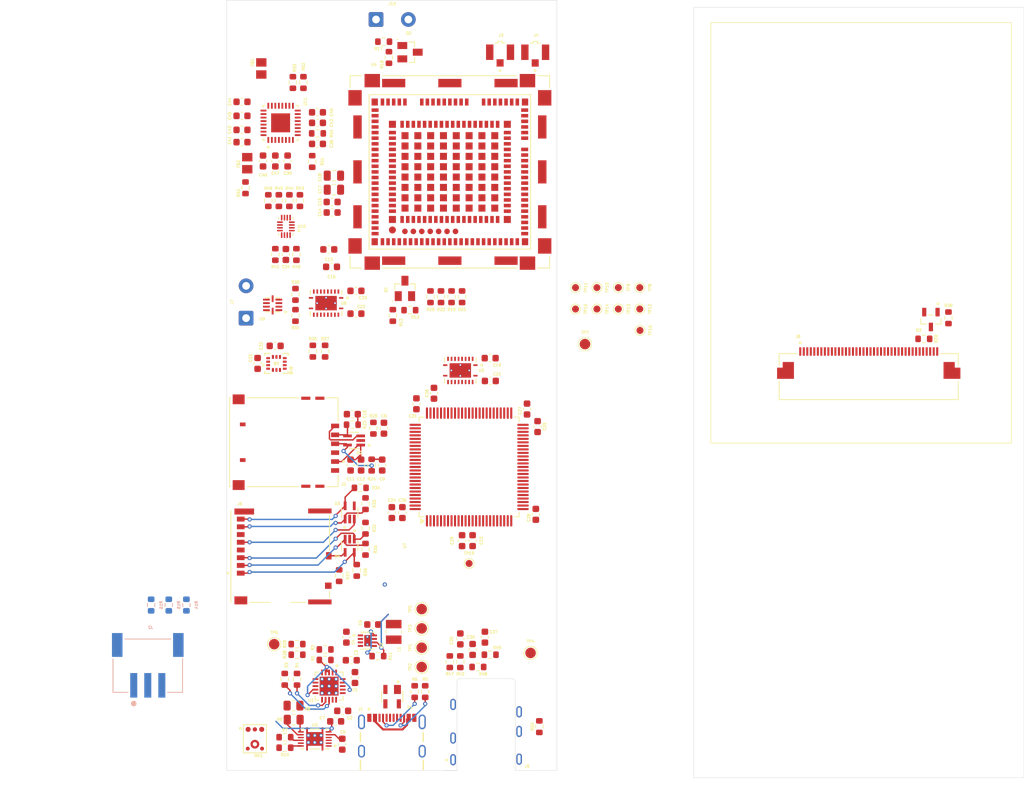
<source format=kicad_pcb>
(kicad_pcb (version 20240108) (generator "pcbnew") (generator_version "8.0")
  (layers (0 "F.Cu" signal) (31 "B.Cu" signal) (34 "B.Paste" user) (35 "F.Paste" user) (36 "B.SilkS" user "B.Silkscreen") (37 "F.SilkS" user "F.Silkscreen") (38 "B.Mask" user) (39 "F.Mask" user) (44 "Edge.Cuts" user))
  (net 0 "")
  (net 1 "SIM_CLK")
  (net 2 "GND")
  (net 3 "SIM_RST")
  (net 4 "SIM_DATA")
  (net 5 "SIM_VDD")
  (net 6 "MCP_OUT")
  (net 7 "VBAT")
  (net 8 "VUSB")
  (net 9 "HP_LEFT")
  (net 10 "HP_RIGHT")
  (net 11 "AGND")
  (net 12 "MIC_BIAS")
  (net 13 "+1.8V")
  (net 14 "+3.3V")
  (net 15 "MIC_GND")
  (net 16 "Net-(MK1-OUTPUT)")
  (net 17 "MIC_OUT")
  (net 18 "+VMOB")
  (net 19 "RST")
  (net 20 "Net-(C36-Pad2)")
  (net 21 "HP_MIC")
  (net 22 "USB_N")
  (net 23 "USB_P")
  (net 26 "Net-(J1-CC2)")
  (net 27 "Net-(J1-CC1)")
  (net 28 "BAT_THERM")
  (net 29 "MOB_MAIN_ANT")
  (net 30 "MOB_AUX_ANT")
  (net 31 "HP_DET")
  (net 32 "DISP_RES")
  (net 33 "DISP_DB9")
  (net 34 "DISP_DB7")
  (net 35 "DISP_DB11")
  (net 36 "DISP_DB4")
  (net 37 "DISP_DC")
  (net 38 "DISP_DB10")
  (net 39 "DISP_WR")
  (net 40 "DISP_DB13")
  (net 41 "DISP_DB0")
  (net 42 "DISP_DB2")
  (net 43 "DISP_RD")
  (net 44 "DISP_DB8")
  (net 45 "DISP_DB12")
  (net 46 "DISP_DB14")
  (net 47 "DISP_DB1")
  (net 48 "DISP_DB6")
  (net 49 "DISP_DB5")
  (net 50 "DISP_CS")
  (net 51 "DISP_DB3")
  (net 52 "DISP_DB15")
  (net 53 "SPEAKER_P")
  (net 54 "SPEAKER_N")
  (net 55 "Net-(Q1-B)")
  (net 56 "MOB_PWR")
  (net 57 "Net-(Q2-B)")
  (net 58 "MOB_RST")
  (net 59 "Net-(Q3-Pad1)")
  (net 60 "Net-(U1-PROG1)")
  (net 61 "Net-(U1-VPCC)")
  (net 62 "Net-(U1-PROG3)")
  (net 63 "SCL")
  (net 64 "SDA")
  (net 65 "FUEL_GPO")
  (net 66 "AUD_SW")
  (net 67 "MOB_PWR_CTL")
  (net 68 "MOB_RST_CTL")
  (net 69 "AUD_IN")
  (net 70 "MOB_AUD_IN")
  (net 71 "AUD_BCLK")
  (net 72 "MOB_AUD_BCLK")
  (net 73 "MOB_SYS_CLK")
  (net 74 "AUD_SYNC")
  (net 75 "MOB_AUD_SYNC")
  (net 76 "AUD_OUT")
  (net 77 "MOB_AUD_OUT")
  (net 78 "AUD_SCL")
  (net 79 "AUD_SDA")
  (net 80 "DISP_BL")
  (net 81 "MOB_RXD")
  (net 82 "MOB_TXD")
  (net 83 "MOB_CTS")
  (net 84 "MOB_RTS")
  (net 85 "MCP_STAT2")
  (net 86 "MCP_STAT1")
  (net 87 "MCP_PG")
  (net 88 "VIB_EN")
  (net 89 "VIB_PWM")
  (net 90 "MCU_RXD")
  (net 91 "MCU_TXD")
  (net 92 "MOB_DSR")
  (net 93 "MCU_RTS")
  (net 94 "MCU_CTS")
  (net 95 "MCU_DTR")
  (net 96 "MCU_RI")
  (net 97 "MCU_DCD")
  (net 98 "MOB_RI")
  (net 99 "MOB_DCD")
  (net 100 "MOB_DTR")
  (net 101 "MCU_DSR")
  (net 102 "uSD_CLK")
  (net 103 "SWDIO")
  (net 104 "uSD_DET")
  (net 105 "uSD_DAT1")
  (net 106 "MCU_AUD_BCLK_H")
  (net 107 "MCU_AUD_OUT_L_H")
  (net 108 "uSD_CMD")
  (net 109 "HP_DET_MCU")
  (net 110 "uSD_DAT0")
  (net 111 "uSD_DAT3")
  (net 112 "SWCLK")
  (net 113 "uSD_DAT2")
  (net 114 "MOB_WAKE_H")
  (net 115 "MCU_AUD_SYNC_H")
  (net 116 "AUD_SW_H")
  (net 117 "MCU_AUD_SYNC_L")
  (net 118 "MCU_AUD_OUT_L")
  (net 119 "MCU_AUD_BCLK_L")
  (net 120 "MCU_AUD_IN")
  (net 121 "MOB_WAKE_L")
  (net 122 "MOB_GNSS_ANT")
  (net 123 "AUD_SW_L")
  (net 124 "IMU_INT1")
  (net 125 "Net-(U3-VDD)")
  (net 126 "Net-(J2-VBatt)")
  (net 127 "Net-(C25-Pad1)")
  (net 128 "Net-(C26-Pad1)")
  (net 129 "Net-(C35-Pad2)")
  (net 130 "Net-(C37-Pad2)")
  (net 131 "Net-(U11-MCLK)")
  (net 132 "Net-(U11-RMICN)")
  (net 133 "Net-(U11-VDDB)")
  (net 134 "Net-(U11-VDDA)")
  (net 135 "Net-(U11-VREF)")
  (net 136 "Net-(J5-CLK)")
  (net 137 "Net-(J5-RST)")
  (net 138 "Net-(J5-I{slash}O)")
  (net 139 "Net-(FB2-Pad2)")
  (net 141 "Net-(J7-Pin_2)")
  (net 142 "Net-(J7-Pin_1)")
  (net 144 "Net-(J8-LED-A)")
  (net 154 "Net-(J9-Pad1)")
  (net 155 "Net-(U2-SW)")
  (net 156 "Net-(U3-BIN)")
  (net 157 "Net-(U2-PG)")
  (net 158 "Net-(U4A-USB_D-)")
  (net 159 "Net-(U4A-USB_D+)")
  (net 160 "Net-(U4A-USB_VBUS)")
  (net 161 "Net-(U4A-UART1_TX)")
  (net 162 "Net-(U4A-UART1_RTS)")
  (net 163 "Net-(U4A-UART1_RX)")
  (net 164 "Net-(U4A-UART1_CTS)")
  (net 165 "Net-(U9-LRA{slash}~{ERM})")
  (net 166 "Net-(U10-~{EN})")
  (net 167 "Net-(U11-SCLK)")
  (net 168 "Net-(U11-SDIO)")
  (net 169 "Net-(U4A-TP1_BOOTPIN)")
  (net 170 "Net-(U4A-TX_ON)")
  (net 171 "Net-(U4A-J1)")
  (net 172 "Net-(U4A-J2)")
  (net 173 "Net-(U4A-J3)")
  (net 174 "Net-(U4A-J4)")
  (net 175 "Net-(U4A-J5)")
  (net 176 "Net-(U4A-J6)")
  (net 177 "Net-(U4A-J7)")
  (footprint "Capacitor_SMD:C_0603_1608Metric" (layer "F.Cu") (at 43.125 121.23 180)
    (property "Reference" "C10")
    (property "Value" "22pF")
  )
  (footprint "Connector_Wire:SolderWire-0.5sqmm_1x02_P4.6mm_D0.9mm_OD2.1mm" (layer "F.Cu") (at 46.5 65)
    (property "Reference" "J10")
    (property "Value" "Conn_01x02")
  )
  (footprint "Resistor_SMD:R_0603_1608Metric" (layer "F.Cu") (at 27.9125 88.9775 90)
    (property "Reference" "R55")
    (property "Value" "0R")
  )
  (footprint "Capacitor_SMD:C_0603_1608Metric" (layer "F.Cu") (at 30.4125 85.1625 90)
    (property "Reference" "C46")
    (property "Value" "4.7uF")
  )
  (footprint "TestPoint:TestPoint_Pad_D1.0mm" (layer "F.Cu") (at 74.9 106.25 -90)
    (property "Reference" "TP15")
    (property "Value" "TestPoint")
  )
  (footprint "MPZ2012S221AT000:BEADC2012X105N" (layer "F.Cu") (at 30.1625 71.9775 -90)
    (property "Reference" "FB1")
    (property "Value" "MPZ2012S221AT000")
  )
  (footprint "Capacitor_SMD:C_0603_1608Metric" (layer "F.Cu") (at 41.75 163.5)
    (property "Reference" "C2")
    (property "Value" "4.7uF")
  )
  (footprint "Resistor_SMD:R_0603_1608Metric" (layer "F.Cu") (at 43.125 122.73)
    (property "Reference" "R23")
    (property "Value" "22R")
  )
  (footprint "Resistor_SMD:R_0603_1608Metric" (layer "F.Cu") (at 48.8875 107.1625 -90)
    (property "Reference" "R12")
    (property "Value" "4k7")
  )
  (footprint "Capacitor_SMD:C_0603_1608Metric" (layer "F.Cu") (at 38.1625 78.2275)
    (property "Reference" "C40")
    (property "Value" "4.7uF")
  )
  (footprint "Resistor_SMD:R_0603_1608Metric" (layer "F.Cu") (at 35.25 153.99 180)
    (property "Reference" "R29")
    (property "Value" "10k")
  )
  (footprint "Resistor_SMD:R_0603_1608Metric" (layer "F.Cu") (at 58.5 156.5 -90)
    (property "Reference" "R42")
    (property "Value" "0R")
  )
  (footprint "Resistor_SMD:R_0603_1608Metric" (layer "F.Cu") (at 35.0275 104.1625 90)
    (property "Reference" "R30")
    (property "Value" "0R")
  )
  (footprint "Resistor_SMD:R_0603_1608Metric" (layer "F.Cu") (at 33.525 168.75 180)
    (property "Reference" "R10")
    (property "Value" "5.1k")
  )
  (footprint "Resistor_SMD:R_0603_1608Metric" (layer "F.Cu") (at 32.6625 90.8025 90)
    (property "Reference" "R45")
    (property "Value" "0R")
  )
  (footprint "Capacitor_SMD:C_0603_1608Metric" (layer "F.Cu") (at 40.165 100.24 180)
    (property "Reference" "C16")
    (property "Value" "1uF")
  )
  (footprint "TestPoint:TestPoint_Pad_D1.5mm" (layer "F.Cu") (at 53 149 90)
    (property "Reference" "TP5")
    (property "Value" "TestPoint")
  )
  (footprint "Capacitor_SMD:C_0603_1608Metric" (layer "F.Cu") (at 60.25 139.25 90)
    (property "Reference" "C23")
    (property "Value" "100nF")
  )
  (footprint "Resistor_SMD:R_0603_1608Metric" (layer "F.Cu") (at 48.3375 70.4125 90)
    (property "Reference" "R18")
    (property "Value" "47k")
  )
  (footprint "TestPoint:TestPoint_Pad_D1.0mm" (layer "F.Cu") (at 84.0834 109.3 -90)
    (property "Reference" "TP16")
    (property "Value" "TestPoint")
  )
  (footprint "Capacitor_SMD:C_0603_1608Metric" (layer "F.Cu") (at 50.25 135.25 -90)
    (property "Reference" "C30")
    (property "Value" "100nF")
  )
  (footprint "Resistor_SMD:R_0603_1608Metric" (layer "F.Cu") (at 33.525 167.25)
    (property "Reference" "R7")
    (property "Value" "10k")
  )
  (footprint "TestPoint:TestPoint_Pad_D1.5mm" (layer "F.Cu") (at 32 154)
    (property "Reference" "TP6")
    (property "Value" "TestPoint")
  )
  (footprint "20279-001E-03:IPEX_20279-001E-03" (layer "F.Cu") (at 64.1625 69.6625)
    (property "Reference" "J3")
    (property "Value" "20279-001E-03")
  )
  (footprint "Capacitor_SMD:C_0603_1608Metric" (layer "F.Cu") (at 40.25 91 180)
    (property "Reference" "C15")
    (property "Value" "100nF")
  )
  (footprint "Resistor_SMD:R_0603_1608Metric" (layer "F.Cu") (at 69.75 165.75 90)
    (property "Reference" "R50")
    (property "Value" "47k")
  )
  (footprint "Resistor_SMD:R_0603_1608Metric" (layer "F.Cu") (at 35.25 159 -90)
    (property "Reference" "R4")
    (property "Value" "100k")
  )
  (footprint "Capacitor_SMD:C_0603_1608Metric" (layer "F.Cu") (at 58.75 139.25 90)
    (property "Reference" "C29")
    (property "Value" "100nF")
  )
  (footprint "Resistor_SMD:R_0603_1608Metric" (layer "F.Cu") (at 52 160.75 -90)
    (property "Reference" "R6")
    (property "Value" "5.1k")
  )
  (footprint "TestPoint:TestPoint_Pad_D1.0mm" (layer "F.Cu") (at 77.95 103.2 -90)
    (property "Reference" "TP10")
    (property "Value" "TestPoint")
  )
  (footprint "Capacitor_SMD:C_0805_2012Metric" (layer "F.Cu") (at 40.5 89.25 180)
    (property "Reference" "C17")
    (property "Value" "47uF")
  )
  (footprint "TestPoint:TestPoint_Pad_D1.0mm" (layer "F.Cu") (at 59.75 142.5)
    (property "Reference" "TP19")
    (property "Value" "TestPoint")
  )
  (footprint "Capacitor_SMD:C_0603_1608Metric" (layer "F.Cu") (at 43.6375 103.6625)
    (property "Reference" "C20")
    (property "Value" "100nF")
  )
  (footprint "Capacitor_SMD:C_0603_1608Metric" (layer "F.Cu") (at 27.4125 76.7275 180)
    (property "Reference" "C44")
    (property "Value" "4.7uF")
  )
  (footprint "Resistor_SMD:R_0603_1608Metric" (layer "F.Cu") (at 38.1625 81.2275 180)
    (property "Reference" "R54")
    (property "Value" "0R")
  )
  (footprint "Resistor_SMD:R_0603_1608Metric" (layer "F.Cu") (at 33.5 159 90)
    (property "Reference" "R3")
    (property "Value" "1k")
  )
  (footprint "Resistor_SMD:R_0603_1608Metric" (layer "F.Cu") (at 43.75 143.48 -90)
    (property "Reference" "R35")
    (property "Value" "47k")
  )
  (footprint "Resistor_SMD:R_0603_1608Metric" (layer "F.Cu") (at 35.0275 107.1625 90)
    (property "Reference" "R31")
    (property "Value" "0R")
  )
  (footprint "Resistor_SMD:R_0805_2012Metric" (layer "F.Cu") (at 34.775 164.75)
    (property "Reference" "R9")
    (property "Value" "10m")
  )
  (footprint "Capacitor_SMD:C_0603_1608Metric" (layer "F.Cu") (at 60.25 154.75 -90)
    (property "Reference" "C36")
    (property "Value" "1uF")
  )
  (footprint "TS3A5018RSVR:QFN40P260X180X55-16N" (layer "F.Cu") (at 33.6625 94.4775 180)
    (property "Reference" "U10")
    (property "Value" "TS3A5018RSVR")
  )
  (footprint "Capacitor_SMD:C_0603_1608Metric" (layer "F.Cu") (at 43.5 158.75 90)
    (property "Reference" "C1")
    (property "Value" "10uF")
  )
  (footprint "Capacitor_SMD:C_0603_1608Metric" (layer "F.Cu") (at 43.6375 106.9125)
    (property "Reference" "C22")
    (property "Value" "100nF")
  )
  (footprint "Capacitor_SMD:C_0603_1608Metric" (layer "F.Cu") (at 29.6378 114.000001 -90)
    (property "Reference" "C33")
    (property "Value" "100nF")
  )
  (footprint "Resistor_SMD:R_0603_1608Metric" (layer "F.Cu") (at 34.6625 73.9775 90)
    (property "Reference" "R53")
    (property "Value" "0R")
  )
  (footprint "Capacitor_SMD:C_0603_1608Metric" (layer "F.Cu") (at 27.4125 80.7275 180)
    (property "Reference" "C43")
    (property "Value" "4.7uF")
  )
  (footprint "Capacitor_SMD:C_0603_1608Metric" (layer "F.Cu") (at 54.75 118.25 90)
    (property "Reference" "C26")
    (property "Value" "2.2uF")
  )
  (footprint "TPS62162DSGR:SON50P200X200X80-9N" (layer "F.Cu") (at 45.265 153.5)
    (property "Reference" "U2")
    (property "Value" "TPS62162DSGR")
  )
  (footprint "TestPoint:TestPoint_Pad_D1.5mm" (layer "F.Cu") (at 53 157.25 90)
    (property "Reference" "TP2")
    (property "Value" "TestPoint")
  )
  (footprint "Resistor_SMD:R_0603_1608Metric" (layer "F.Cu") (at 57.25 104.5 -90)
    (property "Reference" "R19")
    (property "Value" "0R")
  )
  (footprint "Connector_Wire:SolderWire-0.5sqmm_1x02_P4.6mm_D0.9mm_OD2.1mm" (layer "F.Cu") (at 28 107.55 90)
    (property "Reference" "J7")
    (property "Value" "Conn_01x02")
  )
  (footprint "Inductors:INDC2520X120N" (layer "F.Cu") (at 49.015 152.25 90)
    (property "Reference" "L1")
    (property "Value" "3.3uH")
  )
  (footprint "Resistor_SMD:R_0603_1608Metric" (layer "F.Cu") (at 45 137.48 90)
    (property "Reference" "R32")
    (property "Value" "47k")
  )
  (footprint "Capacitor_SMD:C_0603_1608Metric" (layer "F.Cu") (at 62.75 113.25)
    (property "Reference" "C19")
    (property "Value" "100nF")
  )
  (footprint "Resistor_SMD:R_0603_1608Metric" (layer "F.Cu") (at 35.25 155.5 180)
    (property "Reference" "R28")
    (property "Value" "10k")
  )
  (footprint "Capacitor_SMD:C_0603_1608Metric" (layer "F.Cu") (at 41.6875 168.25 -90)
    (property "Reference" "C5")
    (property "Value" "470pF")
  )
  (footprint "Resistor_SMD:R_0603_1608Metric" (layer "F.Cu") (at 45 140.48 -90)
    (property "Reference" "R36")
    (property "Value" "47k")
  )
  (footprint "Resistor_SMD:R_0603_1608Metric" (layer "F.Cu") (at 31.1625 90.8025 90)
    (property "Reference" "R46")
    (property "Value" "0R")
  )
  (footprint "54132-4062:MOLEX_54132-4062" (layer "F.Cu") (at 116.65 112.3)
    (property "Reference" "J8")
    (property "Value" "54132-4062")
  )
  (footprint "TestPoint:TestPoint_Pad_D1.5mm" (layer "F.Cu") (at 53 151.75 90)
    (property "Reference" "TP3")
    (property "Value" "TestPoint")
  )
  (footprint "MMBT2907ALT1G:SOT95P240X111-3N" (layer "F.Cu") (at 125.5 107.75 -90)
    (property "Reference" "Q3")
    (property "Value" "MMBT2907ALT1G")
  )
  (footprint "Resistor_SMD:R_0603_1608Metric" (layer "F.Cu") (at 37.5 112.25 90)
    (property "Reference" "R26")
    (property "Value" "10k")
  )
  (footprint "Capacitor_SMD:C_0603_1608Metric" (layer "F.Cu") (at 42.975 156.29)
    (property "Reference" "C3")
    (property "Value" "4.7uF")
  )
  (footprint "Capacitor_SMD:C_0603_1608Metric" (layer "F.Cu") (at 42.875 128.48 -90)
    (property "Reference" "C11")
    (property "Value" "100nF")
  )
  (footprint "SJ-3551B-MSMT-TR-67:CUI_SJ-3551B-MSMT-TR-67" (layer "F.Cu") (at 62.25 172 180)
    (property "Reference" "J9")
    (property "Value" "SJ-3551B-MSMT-TR-67")
    (fp_line (start 4.225 0) (end 6.075 0) (stroke (width 0.05)) (layer "Edge.Cuts"))
    (fp_line (start 4.225 0) (end 4.225 12.6) (stroke (width 0.05)) (layer "Edge.Cuts"))
    (fp_line (start 3.725 13.1) (end -3.575 13.1) (stroke (width 0.05)) (layer "Edge.Cuts"))
    (fp_line (start -4.075 0) (end -4.075 12.6) (stroke (width 0.05)) (layer "Edge.Cuts"))
    (fp_line (start -6.075 0) (end -4.075 0) (stroke (width 0.05)) (layer "Edge.Cuts"))
    (fp_arc (start 4.225 12.6) (mid 4.078553 12.953553) (end 3.725 13.1) (stroke (width 0.05)) (layer "Edge.Cuts"))
    (fp_arc (start -3.575 13.1) (mid -3.928553 12.953553) (end -4.075 12.6) (stroke (width 0.05)) (layer "Edge.Cuts"))
  )
  (footprint "TestPoint:TestPoint_Pad_D1.5mm" (layer "F.Cu") (at 76.25 111.25)
    (property "Reference" "TP7")
    (property "Value" "TestPoint")
  )
  (footprint "Resistor_SMD:R_0603_1608Metric" (layer "F.Cu") (at 128 107.5 -90)
    (property "Reference" "R38")
    (property "Value" "1k")
  )
  (footprint "Resistor_SMD:R_0603_1608Metric" (layer "F.Cu") (at 45.875 128.48 90)
    (property "Reference" "R24")
    (property "Value" "22R")
  )
  (footprint "SP0503BAHTG:SOT143" (layer "F.Cu") (at 48.79 161.475 180)
    (property "Reference" "D1")
    (property "Value" "SP0503BAHTG")
  )
  (footprint "ESDA6V1W5:SOT65P210X110-5N" (layer "F.Cu") (at 43.375 124.98 180)
    (property "Reference" "D2")
    (property "Value" "ESDA6V1W5")
  )
  (footprint "Resistor_SMD:R_0603_1608Metric" (layer "F.Cu") (at 58.75 104.5 -90)
    (property "Reference" "R21")
    (property "Value" "0R")
  )
  (footprint "Capacitor_SMD:C_0603_1608Metric" (layer "F.Cu") (at 40.25 92.5 180)
    (property "Reference" "C14")
    (property "Value" "10nF")
  )
  (footprint "Resistor_SMD:R_0603_1608Metric" (layer "F.Cu") (at 46.125 123.23 90)
    (property "Reference" "R25")
    (property "Value" "22R")
  )
  (footprint "Resistor_SMD:R_0603_1608Metric" (layer "F.Cu") (at 41.25 144.23 -90)
    (property "Reference" "R37")
    (property "Value" "10k")
  )
  (footprint "Capacitor_SMD:C_0603_1608Metric" (layer "F.Cu") (at 46.03 151.2 180)
    (property "Reference" "C6")
    (property "Value" "1uF")
  )
  (footprint "DRV2603RUNR:QFN50P200X200X80-10N" (layer "F.Cu") (at 31.7775 105.6625 180)
    (property "Reference" "U9")
    (property "Value" "DRV2603RUNR")
  )
  (footprint "Resistor_SMD:R_0603_1608Metric" (layer "F.Cu") (at 35.1625 98.4775 -90)
    (property "Reference" "R40")
    (property "Value" "10k")
  )
  (footprint "Capacitor_SMD:C_0603_1608Metric" (layer "F.Cu") (at 52.25 119.75 -90)
    (property "Reference" "C31")
    (property "Value" "100nF")
  )
  (footprint "TestPoint:TestPoint_Pad_D1.0mm" (layer "F.Cu") (at 81 106.25 -90)
    (property "Reference" "TP13")
    (property "Value" "TestPoint")
  )
  (footprint "Resistor_SMD:R_0603_1608Metric" (layer "F.Cu") (at 46.765 155.7)
    (property "Reference" "R11")
    (property "Value" "100k")
  )
  (footprint "ESDA6V1W5:SOT65P210X110-5N" (layer "F.Cu") (at 42.75 139.98 -90)
    (property "Reference" "D4")
    (property "Value" "ESDA6V1W5")
  )
  (footprint "ESDA6V1W5:SOT65P210X110-5N" (layer "F.Cu") (at 42.75 135.23 90)
    (property "Reference" "D3")
    (property "Value" "ESDA6V1W5")
  )
  (footprint "TestPoint:TestPoint_Pad_D1.5mm" (layer "F.Cu") (at 53 154.5 90)
    (property "Reference" "TP1")
    (property "Value" "TestPoint")
  )
  (footprint "AMM-3738-B-R:MIC_AMM-3738-B-R" (layer "F.Cu") (at 29.25 167.5)
    (property "Reference" "MK1")
    (property "Value" "AMM-3738-B-R")
  )
  (footprint "Capacitor_SMD:C_0603_1608Metric" (layer "F.Cu") (at 27.4125 78.7275 180)
    (property "Reference" "C45")
    (property "Value" "4.7uF")
  )
  (footprint "MCP73871-2CCI_ML:QFN50P400X400X100-21N" (layer "F.Cu") (at 39.815 159.975 -90)
    (property "Reference" "U1")
    (property "Value" "MCP73871-2CCI_ML")
  )
  (footprint "Resistor_SMD:R_0603_1608Metric" (layer "F.Cu") (at 61 157.25)
    (property "Reference" "R48")
    (property "Value" "10k")
  )
  (footprint "Capacitor_SMD:C_0603_1608Metric" (layer "F.Cu") (at 62.775 116.5)
    (property "Reference" "C21")
    (property "Value" "100nF")
  )
  (footprint "Capacitor_SMD:C_0603_1608Metric" (layer "F.Cu") (at 69.25 135.5 90)
    (property "Reference" "C28")
    (property "Value" "100nF")
  )
  (footprint "Capacitor_SMD:C_0603_1608Metric" (layer "F.Cu") (at 68 120.5 -90)
    (property "Reference" "C27")
    (property "Value" "100nF")
  )
  (footprint "Resistor_SMD:R_0603_1608Metric" (layer "F.Cu") (at 39.25 154.75)
    (property "Reference" "R2")
    (property "Value" "100k")
  )
  (footprint "Resistor_SMD:R_0603_1608Metric" (layer "F.Cu") (at 44.25 131.73)
    (property "Reference" "R34")
    (property "Value" "47k")
  )
  (footprint "USB_C_connector:GCT_USB4105-GF-A" (layer "F.Cu") (at 48.75 169.25)
    (property "Reference" "J1")
    (property "Value" "USB4105-GF-A")
  )
  (footprint "Capacitor_SMD:C_0603_1608Metric" (layer "F.Cu") (at 48.75 135.25 90)
    (property "Reference" "C24")
    (property "Value" "4.7uF")
  )
  (footprint "Resistor_SMD:R_0603_1608Metric" (layer "F.Cu") (at 54.25 104.5 -90)
    (property "Reference" "R20")
    (property "Value" "0R")
  )
  (footprint "Capacitor_SMD:C_0603_1608Metric" (layer "F.Cu") (at 38.1625 79.7275)
    (property "Reference" "C42")
    (property "Value" "4.7uF")
  )
  (footprint "Resistor_SMD:R_0805_2012Metric" (layer "F.Cu") (at 34.75 162.75)
    (property "Reference" "R8")
    (property "Value" "0R")
  )
  (footprint "Capacitor_SMD:C_0603_1608Metric" (layer "F.Cu") (at 62 153 -90)
    (property "Reference" "C37")
    (property "Value" "1uF")
  )
  (footprint "Capacitor_SMD:C_0603_1608Metric" (layer "F.Cu") (at 33.9125 85.1625 -90)
    (property "Reference" "C39")
    (property "Value" "1uF")
  )
  (footprint "Capacitor_SMD:C_0603_1608Metric" (layer "F.Cu") (at 40.75 165)
    (property "Reference" "C7")
    (property "Value" "1uF")
  )
  (footprint "Resistor_SMD:R_0603_1608Metric" (layer "F.Cu") (at 39.25 112.25 90)
    (property "Reference" "R27")
    (property "Value" "10k")
  )
  (footprint "Capacitor_SMD:C_0603_1608Metric" (layer "F.Cu") (at 47.625 123.23 -90)
    (property "Reference" "C8")
    (property "Value" "22pF")
  )
  (footprint "TestPoint:TestPoint_Pad_D1.0mm" (layer "F.Cu") (at 81 103.2 -90)
    (property "Reference" "TP9")
    (property "Value" "TestPoint")
  )
  (footprint "TXB0108RGYR:IC_TXB0108RGYR" (layer "F.Cu") (at 58.5 115 -90)
    (property "Reference" "U5")
    (property "Value" "TXB0108RGYR")
  )
  (footprint "TestPoint:TestPoint_Pad_D1.0mm" (layer "F.Cu") (at 84.05 106.25 -90)
    (property "Reference" "TP12")
    (property "Value" "TestPoint")
  )
  (footprint "LSM6DSVTR:LGA14-L_2P59X3P1X0P5_STM" (layer "F.Cu") (at 32.3189 114 180)
    (property "Reference" "U8")
    (property "Value" "LSM6DSVTR")
  )
  (footprint "Capacitor_SMD:C_0603_1608Metric" (layer "F.Cu") (at 27.4125 82.4775 180)
    (property "Reference" "C41")
    (property "Value" "4.7uF")
  )
  (footprint "TestPoint:TestPoint_Pad_D1.5mm" (layer "F.Cu") (at 68.5 155.25)
    (property "Reference" "TP4")
    (property "Value" "TestPoint")
  )
  (footprint "Capacitor_SMD:C_0603_1608Metric" (layer "F.Cu") (at 33.6625 98.4775 -90)
    (property "Reference" "C34")
    (property "Value" "100nF")
  )
  (footprint "Resistor_SMD:R_0603_1608Metric" (layer "F.Cu") (at 124.5 110.5 180)
    (property "Reference" "R39")
    (property "Value" "0R")
  )
  (footprint "503398-1892:MOLEX_503398-1892" (layer "F.Cu") (at 32.86 141.5 90)
    (property "Reference" "J6")
    (property "Value" "503398-1892")
  )
  (footprint "Resistor_SMD:R_0603_1608Metric" (layer "F.Cu") (at 35.6625 90.8025 90)
    (property "Reference" "R43")
    (property "Value" "0R")
  )
  (footprint "MPZ2012S221AT000:BEADC2012X105N" (layer "F.Cu") (at 28.1625 85.4775 -90)
    (property "Reference" "FB2")
    (property "Value" "MPZ2012S221AT000")
  )
  (footprint "Resistor_SMD:R_0603_1608Metric" (layer "F.Cu") (at 47.5875 68.1625 180)
    (property "Reference" "R17")
    (property "Value" "4k7")
  )
  (footprint "Resistor_SMD:R_0603_1608Metric" (layer "F.Cu") (at 55.75 104.5 -90)
    (property "Reference" "R22")
    (property "Value" "0R")
  )
  (footprint "Resistor_SMD:R_0603_1608Metric" (layer "F.Cu") (at 36.1625 73.9775 90)
    (property "Reference" "R52")
    (property "Value" "0R")
  )
  (footprint "Resistor_SMD:R_0603_1608Metric" (layer "F.Cu") (at 62.75 155.5)
    (property "Reference" "R49")
    (property "Value" "10k")
  )
  (footprint "Capacitor_SMD:C_0603_1608Metric" (layer "F.Cu") (at 32.1378 111.500001 180)
    (property "Reference" "C32")
    (property "Value" "100nF")
  )
  (footprint "Resistor_SMD:R_0603_1608Metric" (layer "F.Cu") (at 34.1625 90.8025 90)
    (property "Reference" "R44")
    (property "Value" "0R")
  )
  (footprint "MMBT3904LT1G:SOT95P240X111-3N" (layer "F.Cu") (at 50.6125 103.3125 90)
    (property "Reference" "Q1")
    (property "Value" "MMBT3904")
  )
  (footprint "Capacitor_SMD:C_0603_1608Metric" (layer "F.Cu") (at 69.5 123 90)
    (property "Reference" "C25")
    (property "Value" "2.2uF")
  )
  (footprint "Capacitor_SMD:C_0603_1608Metric" (layer "F.Cu") (at 32.1625 85.1625 90)
    (property "Reference" "C47")
    (property "Value" "1uF")
  )
  (footprint "Package_QFP:LQFP-100_14x14mm_P0.5mm" (layer "F.Cu") (at 59.75 128.75 90)
    (property "Reference" "U7")
    (property "Value" "STM32H730VBTx")
  )
  (footprint "Capacitor_SMD:C_0603_1608Metric" (layer "F.Cu") (at 42.28 153 -90)
    (property "Reference" "C4")
    (property "Value" "10uF")
  )
  (footprint "Resistor_SMD:R_0603_1608Metric" (layer "F.Cu") (at 39.25 156.25 180)
    (property "Reference" "R1")
    (property "Value" "270k")
  )
  (footprint "TestPoint:TestPoint_Pad_D1.0mm" (layer "F.Cu") (at 77.95 106.25 -90)
    (property "Reference" "TP14")
    (property "Value" "TestPoint")
  )
  (footprint "Resistor_SMD:R_0603_1608Metric" (layer "F.Cu") (at 53.5 160.75 -90)
    (property "Reference" "R5")
    (property "Value" "5.1k")
  )
  (footprint "Resistor_SMD:R_0603_1608Metric" (layer "F.Cu") (at 45 133.98 90)
    (property "Reference" "R33")
    (property "Value" "47k")
  )
  (footprint "WP_SNAP-IN_BASE:SIERRA_WP_SNAP-IN_BASE" (layer "F.Cu") (at 57.0125 86.7125)
    (property "Reference" "U4")
    (property "Value" "RC7620_1104625")
  )
  (footprint "Resistor_SMD:R_0603_1608Metric" (layer "F.Cu") (at 37.4125 85.2275 -90)
    (property "Reference" "R51")
    (property "Value" "0R")
  )
  (footprint "Capacitor_SMD:C_0603_1608Metric" (layer "F.Cu") (at 44.375 128.48 -90)
    (property "Reference" "C12")
    (property "Value" "33pF")
  )
  (footprint "NAU88C22YG:QFN50P500X500X80-33N" (layer "F.Cu") (at 32.9125 79.7275 90)
    (property "Reference" "U11")
    (property "Value" "NAU88C22YG")
  )
  (footprint "BQ27441DRZR-G1A:IC_BQ27441DRZR-G1A" (layer "F.Cu") (at 37.775 167.5 180)
    (property "Reference" "U3")
    (property "Value" "BQ27441DRZR-G1A")
  )
  (footprint "TestPoint:TestPoint_Pad_D1.0mm" (layer "F.Cu") (at 84.05 103.2 -90)
    (property "Reference" "TP8")
    (property "Value" "TestPoint")
  )
  (footprint "Capacitor_SMD:C_0805_2012Metric" (layer "F.Cu") (at 40.5 87.25 180)
    (property "Reference" "C18")
    (property "Value" "47uF")
  )
  (footprint "TXB0108RGYR:IC_TXB0108RGYR" (layer "F.Cu") (at 39.3875 105.4125 -90)
    (property "Reference" "U6")
    (property "Value" "TXB0108RGYR")
  )
  (footprint "Capacitor_SMD:C_0603_1608Metric" (layer "F.Cu") (at 47.375 128.48 -90)
    (property "Reference" "C9")
    (property "Value" "22pF")
  )
  (footprint "20279-001E-03:IPEX_20279-001E-03" (layer "F.Cu") (at 69.1625 69.67)
    (property "Reference" "J4")
    (property "Value" "20279-001E-03")
  )
  (footprint "Capacitor_SMD:C_0603_1608Metric" (layer "F.Cu") (at 39.775 97.76 180)
    (property "Reference" "C13")
    (property "Value" "10pF")
  )
  (footprint "Resistor_SMD:R_0603_1608Metric" (layer "F.Cu") (at 57 156.5 -90)
    (property "Reference" "R47")
    (property "Value" "2k2")
  )
  (footprint "MMBT3904LT1G:SOT95P240X111-3N" (layer "F.Cu") (at 51.3375 69.6625)
    (property "Reference" "Q2")
    (property "Value" "MMBT3904")
  )
  (footprint "Capacitor_SMD:C_0603_1608Metric" (layer "F.Cu") (at 58.5 153.25 -90)
    (property "Reference" "C35")
    (property "Value" "1uF")
  )
  (footprint "Resistor_SMD:R_0603_1608Metric" (layer "F.Cu") (at 51.3125 106.4125 180)
    (property "Reference" "R13")
    (property "Value" "47k")
  )
  (footprint "TestPoint:TestPoint_Pad_D1.0mm" (layer "F.Cu") (at 74.9 103.2 -90)
    (property "Reference" "TP11")
    (property "Value" "TestPoint")
  )
  (footprint "Sim_card:MOLEX_0786463001" (layer "F.Cu") (at 33.375 125.23 180)
    (property "Reference" "J5")
    (property "Value" "0786463001")
  )
  (footprint "Resistor_SMD:R_0603_1608Metric" (layer "F.Cu") (at 32.1625 98.4775 90)
    (property "Reference" "R41")
    (property "Value" "10k")
  )
  (footprint "Capacitor_SMD:C_0603_1608Metric" (layer "F.Cu") (at 38.1625 82.7275)
    (property "Reference" "C38")
    (property "Value" "33pF")
  )
  (footprint "S3B-PH-SM4-TB_LF__SN_:JST_S3B-PH-SM4-TB_LF__SN_" (layer "B.Cu") (at 14 159.8625 180)
    (property "Reference" "J2")
    (property "Value" "S3B-PH-SM4-TB_LF__SN_")
  )
  (footprint "Resistor_SMD:R_0603_1608Metric" (layer "B.Cu") (at 16.99 148.425 90)
    (property "Reference" "R15")
    (property "Value" "0R")
  )
  (footprint "Resistor_SMD:R_0603_1608Metric" (layer "B.Cu") (at 14.48 148.425 90)
    (property "Reference" "R16")
    (property "Value" "0R")
  )
  (footprint "Resistor_SMD:R_0603_1608Metric" (layer "B.Cu") (at 19.5 148.425 90)
    (property "Reference" "R14")
    (property "Value" "0R")
  )
  (gr_rect (start 94.1625 65.44) (end 136.9625 125.35) (stroke (width 0.1)) (fill none) (layer "F.SilkS"))
  (gr_line (start 72.25 172) (end 72.25 62.25) (stroke (width 0.05)) (layer "Edge.Cuts"))
  (gr_line (start 25.25 62.25) (end 25.25 172) (stroke (width 0.05)) (layer "Edge.Cuts"))
  (gr_line (start 25.25 172) (end 58.025 172) (stroke (width 0.05)) (layer "Edge.Cuts"))
  (gr_line (start 138.75 173) (end 91.75 173) (stroke (width 0.05)) (layer "Edge.Cuts"))
  (gr_line (start 72.25 62.25) (end 25.25 62.25) (stroke (width 0.05)) (layer "Edge.Cuts"))
  (gr_line (start 138.75 63.25) (end 91.75 63.25) (stroke (width 0.05)) (layer "Edge.Cuts"))
  (gr_line (start 138.75 173) (end 138.75 63.25) (stroke (width 0.05)) (layer "Edge.Cuts"))
  (gr_line (start 91.75 63.25) (end 91.75 173) (stroke (width 0.05)) (layer "Edge.Cuts"))
  (gr_line (start 68.325 172) (end 72.25 172) (stroke (width 0.05)) (layer "Edge.Cuts"))
  (segment (start 45.875 127.655) (end 47.325 127.655) (width 0.2) (layer "F.Cu") (net 3))
  (segment (start 47.325 127.655) (end 47.375 127.705) (width 0.2) (layer "F.Cu") (net 3))
  (segment (start 43.9 122.68) (end 43.95 122.73) (width 0.2) (layer "F.Cu") (net 4))
  (segment (start 43.9 121.23) (end 43.9 122.68) (width 0.2) (layer "F.Cu") (net 4))
  (segment (start 44.315 125.63) (end 43.975 125.63) (width 0.2) (layer "F.Cu") (net 5))
  (segment (start 43.59 127.705) (end 44.315 126.98) (width 0.2) (layer "F.Cu") (net 5))
  (segment (start 44.315 127.645) (end 44.375 127.705) (width 0.2) (layer "F.Cu") (net 5))
  (segment (start 44.315 126.98) (end 44.315 127.645) (width 0.2) (layer "F.Cu") (net 5))
  (segment (start 43.975 125.63) (end 41.62 127.985) (width 0.2) (layer "F.Cu") (net 5))
  (segment (start 41.62 127.985) (end 40.67 127.985) (width 0.2) (layer "F.Cu") (net 5))
  (segment (start 44.315 125.63) (end 44.315 126.98) (width 0.2) (layer "F.Cu") (net 5))
  (segment (start 42.875 127.705) (end 43.59 127.705) (width 0.2) (layer "F.Cu") (net 5))
  (segment (start 35.6875 164.75) (end 35.6875 166.3875) (width 0.2) (layer "F.Cu") (net 7))
  (segment (start 35.6875 166.3875) (end 35.8 166.5) (width 0.2) (layer "F.Cu") (net 7))
  (segment (start 37.88 160.475) (end 37.525 160.475) (width 0.2) (layer "F.Cu") (net 8))
  (segment (start 50.927 164.718) (end 51.15 164.495) (width 0.3) (layer "F.Cu") (net 8))
  (segment (start 50.927 165.347) (end 50.927 164.718) (width 0.3) (layer "F.Cu") (net 8))
  (segment (start 50.911 165.363) (end 50.927 165.347) (width 0.3) (layer "F.Cu") (net 8))
  (segment (start 39.5 157.5) (end 39.5 157.725) (width 0.2) (layer "F.Cu") (net 8))
  (segment (start 46.35 164.993683) (end 47.503319 166.147002) (width 0.3) (layer "F.Cu") (net 8))
  (segment (start 39.5 157.855) (end 39.5 157.5) (width 0.2) (layer "F.Cu") (net 8))
  (segment (start 39.315 158.04) (end 39.5 157.855) (width 0.2) (layer "F.Cu") (net 8))
  (segment (start 39.425 157.25) (end 38.425 156.25) (width 0.2) (layer "F.Cu") (net 8))
  (segment (start 39.5 157.25) (end 39.425 157.25) (width 0.2) (layer "F.Cu") (net 8))
  (segment (start 50.911 165.5) (end 50.911 165.363) (width 0.3) (layer "F.Cu") (net 8))
  (segment (start 50.263998 166.147002) (end 50.911 165.5) (width 0.3) (layer "F.Cu") (net 8))
  (segment (start 37.525 160.475) (end 36.75 161.25) (width 0.2) (layer "F.Cu") (net 8))
  (segment (start 46.35 164.495) (end 46.35 164.993683) (width 0.3) (layer "F.Cu") (net 8))
  (segment (start 39.5 157.25) (end 39.5 157.5) (width 0.2) (layer "F.Cu") (net 8))
  (segment (start 39.5 157.725) (end 39.815 158.04) (width 0.2) (layer "F.Cu") (net 8))
  (segment (start 47.503319 166.147002) (end 50.263998 166.147002) (width 0.3) (layer "F.Cu") (net 8))
  (via (at 36.75 161.25) (size 0.6) (drill 0.3) (layers "F.Cu" "B.Cu") (net 8))
  (via (at 39.5 157.25) (size 0.6) (drill 0.3) (layers "F.Cu" "B.Cu") (net 8))
  (via (at 42.75 160.5) (size 0.6) (drill 0.3) (layers "F.Cu" "B.Cu") (net 8))
  (segment (start 42.75 160.089756) (end 42.75 160.5) (width 0.2) (layer "B.Cu") (net 8))
  (segment (start 39.5 157.25) (end 39.910244 157.25) (width 0.2) (layer "B.Cu") (net 8))
  (segment (start 39.910244 157.25) (end 42.75 160.089756) (width 0.2) (layer "B.Cu") (net 8))
  (segment (start 36.75 160) (end 39.5 157.25) (width 0.2) (layer "B.Cu") (net 8))
  (segment (start 36.75 161.25) (end 36.75 160) (width 0.2) (layer "B.Cu") (net 8))
  (segment (start 46.805 151.195) (end 48.25 149.75) (width 0.2) (layer "F.Cu") (net 14))
  (segment (start 47.59 155.7) (end 47.59 154.84) (width 0.2) (layer "F.Cu") (net 14))
  (segment (start 47.25 154.5) (end 47.25 154.370001) (width 0.2) (layer "F.Cu") (net 14))
  (segment (start 47.25 154.370001) (end 46.629999 153.75) (width 0.2) (layer "F.Cu") (net 14))
  (segment (start 46.805 151.2) (end 46.805 151.195) (width 0.2) (layer "F.Cu") (net 14))
  (segment (start 46.629999 153.75) (end 46.25 153.75) (width 0.2) (layer "F.Cu") (net 14))
  (segment (start 47.59 154.84) (end 47.25 154.5) (width 0.2) (layer "F.Cu") (net 14))
  (via (at 47.75 145.5) (size 0.6) (drill 0.3) (layers "F.Cu" "B.Cu") (net 14))
  (via (at 47.25 154.5) (size 0.6) (drill 0.3) (layers "F.Cu" "B.Cu") (net 14))
  (segment (start 47.25 150.75) (end 47.25 154.5) (width 0.2) (layer "B.Cu") (net 14))
  (segment (start 48.25 149.75) (end 47.25 150.75) (width 0.2) (layer "B.Cu") (net 14))
  (segment (start 50.5 165.070002) (end 50 165.570002) (width 0.2) (layer "F.Cu") (net 26))
  (segment (start 50.5 164.495) (end 50.5 165.070002) (width 0.2) (layer "F.Cu") (net 26))
  (segment (start 53.5 162.5) (end 53.5 161.575) (width 0.2) (layer "F.Cu") (net 26))
  (via (at 50 165.570002) (size 0.6) (drill 0.3) (layers "F.Cu" "B.Cu") (net 26))
  (via (at 53.5 162.5) (size 0.6) (drill 0.3) (layers "F.Cu" "B.Cu") (net 26))
  (segment (start 50.679998 165.570002) (end 53.5 162.75) (width 0.2) (layer "B.Cu") (net 26))
  (segment (start 50 165.570002) (end 50.679998 165.570002) (width 0.2) (layer "B.Cu") (net 26))
  (segment (start 53.5 162.75) (end 53.5 162.5) (width 0.2) (layer "B.Cu") (net 26))
  (segment (start 48 165.570002) (end 47.5 165.070002) (width 0.2) (layer "F.Cu") (net 27))
  (segment (start 52 161.575) (end 52 162.5) (width 0.2) (layer "F.Cu") (net 27))
  (segment (start 47.5 165.070002) (end 47.5 164.495) (width 0.2) (layer "F.Cu") (net 27))
  (via (at 52 162.5) (size 0.6) (drill 0.3) (layers "F.Cu" "B.Cu") (net 27))
  (via (at 48 165.570002) (size 0.6) (drill 0.3) (layers "F.Cu" "B.Cu") (net 27))
  (segment (start 48.929998 165.570002) (end 52 162.5) (width 0.2) (layer "B.Cu") (net 27))
  (segment (start 48 165.570002) (end 48.929998 165.570002) (width 0.2) (layer "B.Cu") (net 27))
  (segment (start 34.25 160.575) (end 33.5 159.825) (width 0.2) (layer "F.Cu") (net 60))
  (segment (start 39.815 162.509857) (end 39.815 161.91) (width 0.2) (layer "F.Cu") (net 60))
  (segment (start 34.25 161) (end 34.25 160.575) (width 0.2) (layer "F.Cu") (net 60))
  (segment (start 39.509619 162.815238) (end 39.815 162.509857) (width 0.2) (layer "F.Cu") (net 60))
  (via (at 34.25 161) (size 0.6) (drill 0.3) (layers "F.Cu" "B.Cu") (net 60))
  (via (at 39.509619 162.815238) (size 0.6) (drill 0.3) (layers "F.Cu" "B.Cu") (net 60))
  (segment (start 36.5 163.25) (end 34.25 161) (width 0.2) (layer "B.Cu") (net 60))
  (segment (start 39.509619 162.815238) (end 39.074857 163.25) (width 0.2) (layer "B.Cu") (net 60))
  (segment (start 39.074857 163.25) (end 36.5 163.25) (width 0.2) (layer "B.Cu") (net 60))
  (segment (start 35.25 159.825) (end 35.25 161) (width 0.2) (layer "F.Cu") (net 62))
  (segment (start 39.315 162.244752) (end 39.315 161.91) (width 0.2) (layer "F.Cu") (net 62))
  (segment (start 38.836752 162.723) (end 39.315 162.244752) (width 0.2) (layer "F.Cu") (net 62))
  (segment (start 38.25 162.723) (end 38.836752 162.723) (width 0.2) (layer "F.Cu") (net 62))
  (via (at 38.25 162.723) (size 0.6) (drill 0.3) (layers "F.Cu" "B.Cu") (net 62))
  (via (at 35.25 161) (size 0.6) (drill 0.3) (layers "F.Cu" "B.Cu") (net 62))
  (segment (start 38.25 162.723) (end 36.973 162.723) (width 0.2) (layer "B.Cu") (net 62))
  (segment (start 36.973 162.723) (end 35.25 161) (width 0.2) (layer "B.Cu") (net 62))
  (segment (start 34.6 168.5) (end 34.35 168.75) (width 0.2) (layer "F.Cu") (net 65))
  (segment (start 35.8 168.5) (end 34.6 168.5) (width 0.2) (layer "F.Cu") (net 65))
  (segment (start 43.4 136.985) (end 43.4 136.17) (width 0.2) (layer "F.Cu") (net 102))
  (segment (start 27.235 139.48) (end 28.5 139.48) (width 0.2) (layer "F.Cu") (net 102))
  (segment (start 42.655 137.73) (end 43.4 136.985) (width 0.2) (layer "F.Cu") (net 102))
  (segment (start 40.75 137.73) (end 42.655 137.73) (width 0.2) (layer "F.Cu") (net 102))
  (via (at 40.75 137.73) (size 0.6) (drill 0.3) (layers "F.Cu" "B.Cu") (net 102))
  (via (at 28.5 139.48) (size 0.6) (drill 0.3) (layers "F.Cu" "B.Cu") (net 102))
  (segment (start 28.5 139.48) (end 39 139.48) (width 0.2) (layer "B.Cu") (net 102))
  (segment (start 39 139.48) (end 40.75 137.73) (width 0.2) (layer "B.Cu") (net 102))
  (segment (start 41.615 141.405) (end 42.1 140.92) (width 0.2) (layer "F.Cu") (net 104))
  (segment (start 39.775 141.405) (end 41.615 141.405) (width 0.2) (layer "F.Cu") (net 104))
  (segment (start 42.1 134.29) (end 42.1 133.055) (width 0.2) (layer "F.Cu") (net 105))
  (segment (start 40.75 135.73) (end 40.75 135.64) (width 0.2) (layer "F.Cu") (net 105))
  (segment (start 40.75 135.64) (end 42.1 134.29) (width 0.2) (layer "F.Cu") (net 105))
  (segment (start 27.235 136.18) (end 28.45 136.18) (width 0.2) (layer "F.Cu") (net 105))
  (segment (start 28.45 136.18) (end 28.5 136.23) (width 0.2) (layer "F.Cu") (net 105))
  (segment (start 42.1 133.055) (end 43.425 131.73) (width 0.2) (layer "F.Cu") (net 105))
  (via (at 28.5 136.23) (size 0.6) (drill 0.3) (layers "F.Cu" "B.Cu") (net 105))
  (via (at 40.75 135.73) (size 0.6) (drill 0.3) (layers "F.Cu" "B.Cu") (net 105))
  (segment (start 40.75 135.73) (end 40.25 136.23) (width 0.2) (layer "B.Cu") (net 105))
  (segment (start 40.25 136.23) (end 28.5 136.23) (width 0.2) (layer "B.Cu") (net 105))
  (segment (start 43.4 138.38) (end 43.4 139.04) (width 0.2) (layer "F.Cu") (net 108))
  (segment (start 44.265 139.04) (end 45 138.305) (width 0.2) (layer "F.Cu") (net 108))
  (segment (start 41.532 138.198) (end 43.218 138.198) (width 0.2) (layer "F.Cu") (net 108))
  (segment (start 40.75 138.98) (end 41.532 138.198) (width 0.2) (layer "F.Cu") (net 108))
  (segment (start 43.4 139.04) (end 44.265 139.04) (width 0.2) (layer "F.Cu") (net 108))
  (segment (start 43.218 138.198) (end 43.4 138.38) (width 0.2) (layer "F.Cu") (net 108))
  (segment (start 27.235 141.68) (end 28.45 141.68) (width 0.2) (layer "F.Cu") (net 108))
  (segment (start 28.45 141.68) (end 28.5 141.73) (width 0.2) (layer "F.Cu") (net 108))
  (via (at 40.75 138.98) (size 0.6) (drill 0.3) (layers "F.Cu" "B.Cu") (net 108))
  (via (at 28.5 141.73) (size 0.6) (drill 0.3) (layers "F.Cu" "B.Cu") (net 108))
  (segment (start 38 141.73) (end 40.75 138.98) (width 0.2) (layer "B.Cu") (net 108))
  (segment (start 28.5 141.73) (end 38 141.73) (width 0.2) (layer "B.Cu") (net 108))
  (segment (start 28.45 137.28) (end 28.5 137.23) (width 0.2) (layer "F.Cu") (net 110))
  (segment (start 42.1 135.63) (end 42.1 136.17) (width 0.2) (layer "F.Cu") (net 110))
  (segment (start 44.477 135.328) (end 42.402 135.328) (width 0.2) (layer "F.Cu") (net 110))
  (segment (start 42.402 135.328) (end 42.1 135.63) (width 0.2) (layer "F.Cu") (net 110))
  (segment (start 27.235 137.28) (end 28.45 137.28) (width 0.2) (layer "F.Cu") (net 110))
  (segment (start 40.75 136.73) (end 41.54 136.73) (width 0.2) (layer "F.Cu") (net 110))
  (segment (start 45 134.805) (end 44.477 135.328) (width 0.2) (layer "F.Cu") (net 110))
  (segment (start 41.54 136.73) (end 42.1 136.17) (width 0.2) (layer "F.Cu") (net 110))
  (via (at 40.75 136.73) (size 0.6) (drill 0.3) (layers "F.Cu" "B.Cu") (net 110))
  (via (at 28.5 137.23) (size 0.6) (drill 0.3) (layers "F.Cu" "B.Cu") (net 110))
  (segment (start 40.75 136.73) (end 40.495291 136.73) (width 0.2) (layer "B.Cu") (net 110))
  (segment (start 40.495291 136.73) (end 39.995291 137.23) (width 0.2) (layer "B.Cu") (net 110))
  (segment (start 39.995291 137.23) (end 28.5 137.23) (width 0.2) (layer "B.Cu") (net 110))
  (segment (start 42.346 139.905) (end 42.1 139.659) (width 0.2) (layer "F.Cu") (net 111))
  (segment (start 28.45 142.78) (end 28.5 142.73) (width 0.2) (layer "F.Cu") (net 111))
  (segment (start 42.1 139.659) (end 42.1 139.04) (width 0.2) (layer "F.Cu") (net 111))
  (segment (start 40.91 140.23) (end 42.1 139.04) (width 0.2) (layer "F.Cu") (net 111))
  (segment (start 44.75 139.905) (end 45 139.655) (width 0.2) (layer "F.Cu") (net 111))
  (segment (start 42.346 139.905) (end 44.75 139.905) (width 0.2) (layer "F.Cu") (net 111))
  (segment (start 40.75 140.23) (end 40.91 140.23) (width 0.2) (layer "F.Cu") (net 111))
  (segment (start 27.235 142.78) (end 28.45 142.78) (width 0.2) (layer "F.Cu") (net 111))
  (via (at 28.5 142.73) (size 0.6) (drill 0.3) (layers "F.Cu" "B.Cu") (net 111))
  (via (at 40.75 140.23) (size 0.6) (drill 0.3) (layers "F.Cu" "B.Cu") (net 111))
  (segment (start 28.5 142.73) (end 38.25 142.73) (width 0.2) (layer "B.Cu") (net 111))
  (segment (start 38.25 142.73) (end 40.75 140.23) (width 0.2) (layer "B.Cu") (net 111))
  (segment (start 43.4 142.305) (end 43.75 142.655) (width 0.2) (layer "F.Cu") (net 113))
  (segment (start 28.35 143.88) (end 28.5 143.73) (width 0.2) (layer "F.Cu") (net 113))
  (segment (start 43.4 140.92) (end 43.4 142.305) (width 0.2) (layer "F.Cu") (net 113))
  (segment (start 42.045 142.275) (end 43.4 140.92) (width 0.2) (layer "F.Cu") (net 113))
  (segment (start 27.235 143.88) (end 28.35 143.88) (width 0.2) (layer "F.Cu") (net 113))
  (via (at 42.045 142.275) (size 0.6) (drill 0.3) (layers "F.Cu" "B.Cu") (net 113))
  (via (at 28.5 143.73) (size 0.6) (drill 0.3) (layers "F.Cu" "B.Cu") (net 113))
  (segment (start 42.045 142.275) (end 40.59 143.73) (width 0.2) (layer "B.Cu") (net 113))
  (segment (start 40.59 143.73) (end 28.5 143.73) (width 0.2) (layer "B.Cu") (net 113))
  (segment (start 39.75 166.9) (end 40.65 166.9) (width 0.2) (layer "F.Cu") (net 125))
  (segment (start 41.6875 167.475) (end 41.6875 167.5) (width 0.2) (layer "F.Cu") (net 125))
  (segment (start 41.25 167.5) (end 40.65 166.9) (width 0.2) (layer "F.Cu") (net 125))
  (segment (start 41.6875 167.5) (end 41.25 167.5) (width 0.2) (layer "F.Cu") (net 125))
  (segment (start 33.8625 164.75) (end 33.8625 165.45) (width 0.2) (layer "F.Cu") (net 126))
  (segment (start 33.8625 165.45) (end 35.3125 166.9) (width 0.2) (layer "F.Cu") (net 126))
  (segment (start 40.1875 166.0625) (end 40.1875 165.275) (width 0.2) (layer "F.Cu") (net 126))
  (segment (start 39.75 166.5) (end 40.1875 166.0625) (width 0.2) (layer "F.Cu") (net 126))
  (segment (start 40.1875 165.275) (end 39.9125 165) (width 0.2) (layer "F.Cu") (net 126))
  (segment (start 35.3125 166.9) (end 35.8 166.9) (width 0.2) (layer "F.Cu") (net 126))
  (via (at 40.1875 166) (size 0.6) (drill 0.3) (layers "F.Cu" "B.Cu") (net 126))
  (segment (start 33.25 166) (end 32.25 165) (width 0.2) (layer "B.Cu") (net 126))
  (segment (start 40.1875 166) (end 33.25 166) (width 0.2) (layer "B.Cu") (net 126))
  (segment (start 39.868 124.727) (end 39.868 123.707) (width 0.2) (layer "F.Cu") (net 136))
  (segment (start 43.212 124.893) (end 40.034 124.893) (width 0.2) (layer "F.Cu") (net 136))
  (segment (start 43.775 124.33) (end 43.212 124.893) (width 0.2) (layer "F.Cu") (net 136))
  (segment (start 44.315 124.33) (end 43.775 124.33) (width 0.2) (layer "F.Cu") (net 136))
  (segment (start 40.034 124.893) (end 39.868 124.727) (width 0.2) (layer "F.Cu") (net 136))
  (segment (start 39.868 123.707) (end 40.67 122.905) (width 0.2) (layer "F.Cu") (net 136))
  (segment (start 42.25 125.445) (end 42.435 125.63) (width 0.2) (layer "F.Cu") (net 137))
  (segment (start 40.67 125.445) (end 42.25 125.445) (width 0.2) (layer "F.Cu") (net 137))
  (segment (start 42.435 125.92) (end 41.875 126.48) (width 0.2) (layer "F.Cu") (net 137))
  (segment (start 42.435 125.63) (end 42.435 125.92) (width 0.2) (layer "F.Cu") (net 137))
  (segment (start 45.875 128.555) (end 45.875 129.305) (width 0.2) (layer "F.Cu") (net 137))
  (via (at 45.875 128.555) (size 0.6) (drill 0.3) (layers "F.Cu" "B.Cu") (net 137))
  (via (at 41.875 126.48) (size 0.6) (drill 0.3) (layers "F.Cu" "B.Cu") (net 137))
  (segment (start 41.875 126.48) (end 43.95 128.555) (width 0.2) (layer "B.Cu") (net 137))
  (segment (start 43.95 128.555) (end 45.875 128.555) (width 0.2) (layer "B.Cu") (net 137))
  (segment (start 42.28 124.175) (end 42.435 124.33) (width 0.2) (layer "F.Cu") (net 138))
  (segment (start 42.435 122.865) (end 42.3 122.73) (width 0.2) (layer "F.Cu") (net 138))
  (segment (start 40.67 124.175) (end 42.28 124.175) (width 0.2) (layer "F.Cu") (net 138))
  (segment (start 42.435 124.33) (end 42.435 122.865) (width 0.2) (layer "F.Cu") (net 138))
  (segment (start 34.8 167.7) (end 34.35 167.25) (width 0.2) (layer "F.Cu") (net 156))
  (segment (start 35.8 167.7) (end 34.8 167.7) (width 0.2) (layer "F.Cu") (net 156))
  (segment (start 45.265 155.2) (end 45.44 155.2) (width 0.2) (layer "F.Cu") (net 157))
  (segment (start 46.25 152.685) (end 45.765 152.2) (width 0.2) (layer "F.Cu") (net 157))
  (segment (start 45.44 155.2) (end 45.94 155.7) (width 0.2) (layer "F.Cu") (net 157))
  (segment (start 46.25 152.75) (end 46.25 152.685) (width 0.2) (layer "F.Cu") (net 157))
  (via (at 45.765 152.2) (size 0.6) (drill 0.3) (layers "F.Cu" "B.Cu") (net 157))
  (via (at 45.265 155.2) (size 0.6) (drill 0.3) (layers "F.Cu" "B.Cu") (net 157))
  (segment (start 45.765 152.2) (end 45.795 152.23) (width 0.2) (layer "B.Cu") (net 157))
  (segment (start 45.795 154.67) (end 45.265 155.2) (width 0.2) (layer "B.Cu") (net 157))
  (segment (start 45.795 152.23) (end 45.795 154.67) (width 0.2) (layer "B.Cu") (net 157))
)
</source>
